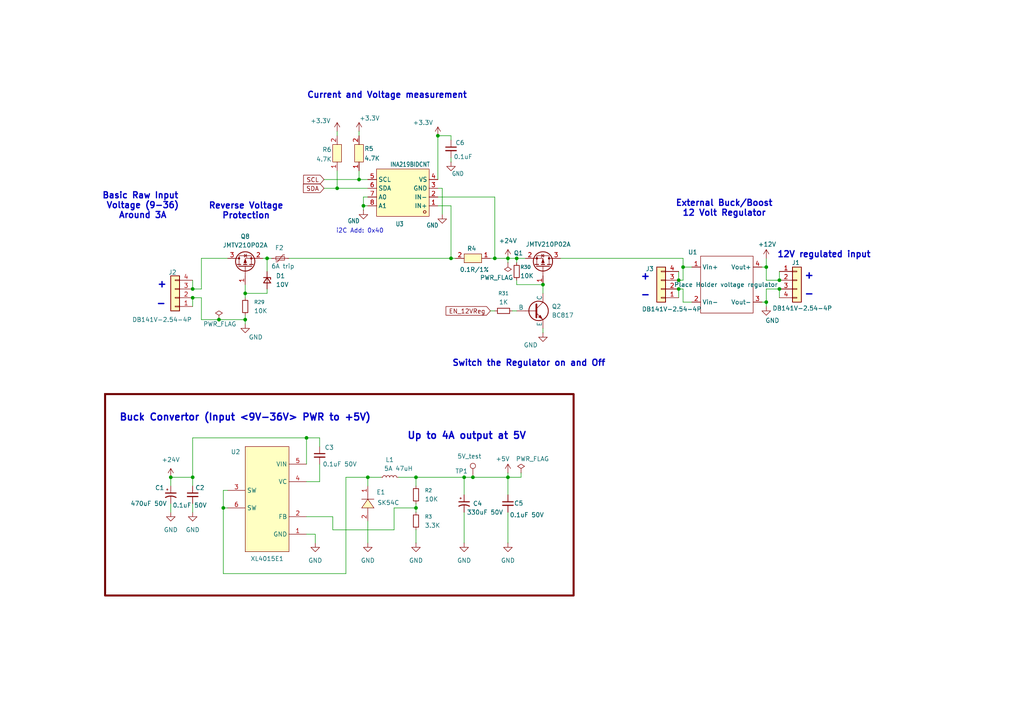
<source format=kicad_sch>
(kicad_sch (version 20250114) (generator "eeschema") (generator_version "9.0")
  (paper "A4")
  (title_block (title "MothBox") (date "2025-07-12") (rev "5.0.1") (company "Digital Naturalism Laboritories"))
  (lib_symbols
    (symbol "BC817:BC817_NPN_BJT" (pin_numbers (hide yes)) (pin_names (offset 0))
      (property "Reference" "Q" (at -2.54 7.62 0))
      (property "Value" "BC817_NPN_BJT" (at -2.54 5.08 0))
      (symbol "BC817_NPN_BJT_0_1"
        (polyline (pts (xy -2.54 0) (xy 0.635 0)) (stroke (width 0.1524)))
        (polyline (pts (xy 0.635 1.905) (xy 0.635 -1.905) (xy 0.635 -1.905)) (stroke (width 0.508)))
        (polyline (pts (xy 0.635 0.635) (xy 2.54 2.54)))
        (polyline (pts (xy 0.635 -0.635) (xy 2.54 -2.54) (xy 2.54 -2.54)))
        (circle (center 1.27 0) (radius 2.8194) (stroke (width 0.254)))
        (polyline (pts (xy 1.27 -1.778) (xy 1.778 -1.27) (xy 2.286 -2.286) (xy 1.27 -1.778) (xy 1.27 -1.778)) (fill (type outline)))
        (polyline (pts (xy 2.794 -1.27) (xy 2.794 -1.27)) (stroke (width 0.1524)))
        (polyline (pts (xy 2.794 -1.27) (xy 2.794 -1.27)) (stroke (width 0.1524)))
      )
      (symbol "BC817_NPN_BJT_1_1"
        (pin input line (at -5.08 0 0) (length 2.54) (name "B") (number "1"))
        (pin open_collector line (at 2.54 5.08 270) (length 2.54) (name "C") (number "3"))
        (pin open_emitter line (at 2.54 -5.08 90) (length 2.54) (name "E") (number "2"))
      )
    )
    (symbol "Connector_Generic:Conn_01x04" (pin_names (offset 1.016) (hide yes))
      (property "Reference" "J" (at 0 5.08 0))
      (property "Value" "Conn_01x04" (at 0 -7.62 0))
      (symbol "Conn_01x04_1_1"
        (rectangle (start -1.27 3.81) (end 1.27 -6.35) (stroke (width 0.254)) (fill (type background)))
        (rectangle (start -1.27 2.667) (end 0 2.413) (stroke (width 0.1524)))
        (rectangle (start -1.27 0.127) (end 0 -0.127) (stroke (width 0.1524)))
        (rectangle (start -1.27 -2.413) (end 0 -2.667) (stroke (width 0.1524)))
        (rectangle (start -1.27 -4.953) (end 0 -5.207) (stroke (width 0.1524)))
        (pin passive line (at -5.08 2.54 0) (length 3.81) (name "Pin_1") (number "1"))
        (pin passive line (at -5.08 0 0) (length 3.81) (name "Pin_2") (number "2"))
        (pin passive line (at -5.08 -2.54 0) (length 3.81) (name "Pin_3") (number "3"))
        (pin passive line (at -5.08 -5.08 0) (length 3.81) (name "Pin_4") (number "4"))
      )
    )
    (symbol "Device:D_Zener_Small" (pin_numbers (hide yes)) (pin_names (offset 0.254) (hide yes))
      (property "Reference" "D" (at 0 2.286 0))
      (property "Value" "D_Zener_Small" (at 0 -2.286 0))
      (symbol "D_Zener_Small_0_1"
        (polyline (pts (xy -0.254 1.016) (xy -0.762 1.016) (xy -0.762 -1.016)) (stroke (width 0.254)))
        (polyline (pts (xy 0.762 1.016) (xy -0.762 0) (xy 0.762 -1.016) (xy 0.762 1.016)) (stroke (width 0.254)))
        (polyline (pts (xy 0.762 0) (xy -0.762 0)))
      )
      (symbol "D_Zener_Small_1_1"
        (pin passive line (at -2.54 0 0) (length 1.778) (name "K") (number "1"))
        (pin passive line (at 2.54 0 180) (length 1.778) (name "A") (number "2"))
      )
    )
    (symbol "Device:Polyfuse_Small" (pin_numbers (hide yes)) (pin_names (offset 0))
      (property "Reference" "F" (at -1.905 0 90))
      (property "Value" "Polyfuse_Small" (at 1.905 0 90))
      (symbol "Polyfuse_Small_0_1"
        (polyline (pts (xy -1.016 1.27) (xy -1.016 0.762) (xy 1.016 -0.762) (xy 1.016 -1.27)))
        (rectangle (start -0.508 1.27) (end 0.508 -1.27))
        (polyline (pts (xy 0 2.54) (xy 0 -2.54)))
      )
      (symbol "Polyfuse_Small_1_1"
        (pin passive line (at 0 2.54 270) (length 0.635) (name "~") (number "1"))
        (pin passive line (at 0 -2.54 90) (length 0.635) (name "~") (number "2"))
      )
    )
    (symbol "FRC0603J103TS_1" (pin_names (hide yes))
      (property "Reference" "R" (at 0 5.08 0))
      (property "Value" "FRC0603J103TS" (at 0 -5.08 0))
      (symbol "FRC0603J103TS_1_0_1"
        (rectangle (start -2.54 1.27) (end 2.54 -1.27) (fill (type background)))
        (pin unspecified line (at -5.08 0 0) (length 2.54) (name "1") (number "1"))
        (pin unspecified line (at 5.08 0 180) (length 2.54) (name "2") (number "2"))
      )
    )
    (symbol "MB_Library:+12V" (power) (pin_numbers (hide yes)) (pin_names (offset 0) (hide yes))
      (property "Value" "+12V" (at 0 3.556 0))
      (symbol "+12V_0_1"
        (polyline (pts (xy -0.762 1.27) (xy 0 2.54)))
        (polyline (pts (xy 0 2.54) (xy 0.762 1.27)))
        (polyline (pts (xy 0 0) (xy 0 2.54)))
      )
      (symbol "+12V_1_1"
        (pin power_in line (at 0 0 90) (length 0) (name "~") (number "1"))
      )
    )
    (symbol "MB_Library:+24V" (power) (pin_numbers (hide yes)) (pin_names (offset 0) (hide yes))
      (property "Value" "+24V" (at 0 3.556 0))
      (symbol "+24V_0_1"
        (polyline (pts (xy -0.762 1.27) (xy 0 2.54)))
        (polyline (pts (xy 0 2.54) (xy 0.762 1.27)))
        (polyline (pts (xy 0 0) (xy 0 2.54)))
      )
      (symbol "+24V_1_1"
        (pin power_in line (at 0 0 90) (length 0) (name "~") (number "1"))
      )
    )
    (symbol "MB_Library:+3.3V" (power) (pin_numbers (hide yes)) (pin_names (offset 0) (hide yes))
      (property "Value" "+3.3V" (at 0 3.556 0))
      (symbol "+3.3V_0_1"
        (polyline (pts (xy -0.762 1.27) (xy 0 2.54)))
        (polyline (pts (xy 0 2.54) (xy 0.762 1.27)))
        (polyline (pts (xy 0 0) (xy 0 2.54)))
      )
      (symbol "+3.3V_1_1"
        (pin power_in line (at 0 0 90) (length 0) (name "~") (number "1"))
      )
    )
    (symbol "MB_Library:+5V" (power) (pin_numbers (hide yes)) (pin_names (offset 0) (hide yes))
      (property "Value" "+5V" (at 0 3.556 0))
      (symbol "+5V_0_1"
        (polyline (pts (xy -0.762 1.27) (xy 0 2.54)))
        (polyline (pts (xy 0 2.54) (xy 0.762 1.27)))
        (polyline (pts (xy 0 0) (xy 0 2.54)))
      )
      (symbol "+5V_1_1"
        (pin power_in line (at 0 0 90) (length 0) (name "~") (number "1"))
      )
    )
    (symbol "MB_Library:Buck-Boost"
      (property "Reference" "U" (at 0 0 0))
      (symbol "Buck-Boost_1_1"
        (rectangle (start -7.62 8.255) (end 7.62 -8.255))
        (pin input line (at -10.16 5.08 0) (length 2.54) (name "Vin+") (number "1"))
        (pin input line (at -10.16 -5.08 0) (length 2.54) (name "Vin-") (number "2"))
        (pin output line (at 10.16 5.08 180) (length 2.54) (name "Vout+") (number "4"))
        (pin output line (at 10.16 -5.08 180) (length 2.54) (name "Vout-") (number "3"))
      )
    )
    (symbol "MB_Library:C_Polarized_Small_US" (pin_numbers (hide yes)) (pin_names (offset 0.254) (hide yes))
      (property "Reference" "C" (at 0.254 1.778 0))
      (property "Value" "C_Polarized_Small_US" (at 0.254 -2.032 0))
      (symbol "C_Polarized_Small_US_0_1"
        (polyline (pts (xy -1.524 0.508) (xy 1.524 0.508)) (stroke (width 0.3048)))
        (polyline (pts (xy -1.27 1.524) (xy -0.762 1.524)))
        (polyline (pts (xy -1.016 1.27) (xy -1.016 1.778)))
        (arc (start -1.524 -0.762) (mid 0 -0.3734) (end 1.524 -0.762) (stroke (width 0.3048)))
      )
      (symbol "C_Polarized_Small_US_1_1"
        (pin passive line (at 0 2.54 270) (length 2.032) (name "~") (number "1"))
        (pin passive line (at 0 -2.54 90) (length 2.032) (name "~") (number "2"))
      )
    )
    (symbol "MB_Library:C_Small" (pin_numbers (hide yes)) (pin_names (offset 0.254) (hide yes))
      (property "Reference" "C" (at 0.254 1.778 0))
      (property "Value" "C_Small" (at 0.254 -2.032 0))
      (symbol "C_Small_0_1"
        (polyline (pts (xy -1.524 0.508) (xy 1.524 0.508)) (stroke (width 0.3048)))
        (polyline (pts (xy -1.524 -0.508) (xy 1.524 -0.508)) (stroke (width 0.3302)))
      )
      (symbol "C_Small_1_1"
        (pin passive line (at 0 2.54 270) (length 2.032) (name "~") (number "1"))
        (pin passive line (at 0 -2.54 90) (length 2.032) (name "~") (number "2"))
      )
    )
    (symbol "MB_Library:FRC0603J103TS" (pin_names (hide yes))
      (property "Reference" "R" (at 0 5.08 0))
      (property "Value" "FRC0603J103TS" (at 0 -5.08 0))
      (symbol "FRC0603J103TS_0_1"
        (rectangle (start -2.54 1.27) (end 2.54 -1.27) (fill (type background)))
        (pin unspecified line (at -5.08 0 0) (length 2.54) (name "1") (number "1"))
        (pin unspecified line (at 5.08 0 180) (length 2.54) (name "2") (number "2"))
      )
    )
    (symbol "MB_Library:GND" (power) (pin_numbers (hide yes)) (pin_names (offset 0) (hide yes))
      (property "Value" "GND" (at 0 -3.81 0))
      (symbol "GND_0_1"
        (polyline (pts (xy 0 0) (xy 0 -1.27) (xy 1.27 -1.27) (xy 0 -2.54) (xy -1.27 -1.27) (xy 0 -1.27)))
      )
      (symbol "GND_1_1"
        (pin power_in line (at 0 0 270) (length 0) (name "~") (number "1"))
      )
    )
    (symbol "MB_Library:INA219AIDCNR"
      (property "Reference" "U" (at 0 8.89 0))
      (property "Value" "INA219AIDCNR" (at 0 -8.89 0))
      (symbol "INA219AIDCNR_0_1"
        (rectangle (start -7.62 6.86) (end 7.62 -6.86) (fill (type background)))
        (circle (center -6.35 5.59) (radius 0.38))
        (circle (center -6.35 5.59) (radius 0.38))
        (pin unspecified line (at -10.16 3.81 0) (length 2.54) (name "IN+") (number "1"))
        (pin unspecified line (at -10.16 1.27 0) (length 2.54) (name "IN-") (number "2"))
        (pin unspecified line (at -10.16 -1.27 0) (length 2.54) (name "GND") (number "3"))
        (pin unspecified line (at -10.16 -3.81 0) (length 2.54) (name "VS") (number "4"))
        (pin unspecified line (at 10.16 3.81 180) (length 2.54) (name "A1") (number "8"))
        (pin unspecified line (at 10.16 1.27 180) (length 2.54) (name "A0") (number "7"))
        (pin unspecified line (at 10.16 -1.27 180) (length 2.54) (name "SDA") (number "6"))
        (pin unspecified line (at 10.16 -3.81 180) (length 2.54) (name "SCL") (number "5"))
      )
    )
    (symbol "MB_Library:L_Small" (pin_numbers (hide yes)) (pin_names (offset 0.254) (hide yes))
      (property "Reference" "L" (at 0.762 1.016 0))
      (property "Value" "L_Small" (at 0.762 -1.016 0))
      (symbol "L_Small_0_1"
        (arc (start 0 2.032) (mid 0.5058 1.524) (end 0 1.016))
        (arc (start 0 1.016) (mid 0.5058 0.508) (end 0 0))
        (arc (start 0 0) (mid 0.5058 -0.508) (end 0 -1.016))
        (arc (start 0 -1.016) (mid 0.5058 -1.524) (end 0 -2.032))
      )
      (symbol "L_Small_1_1"
        (pin passive line (at 0 2.54 270) (length 0.508) (name "~") (number "1"))
        (pin passive line (at 0 -2.54 90) (length 0.508) (name "~") (number "2"))
      )
    )
    (symbol "MB_Library:PCSR2512BR100M6" (pin_names (hide yes))
      (property "Reference" "R" (at 0 5.08 0))
      (property "Value" "PCSR2512BR100M6" (at 0 -5.08 0))
      (symbol "PCSR2512BR100M6_0_1"
        (rectangle (start -2.54 1.27) (end 2.54 -1.27) (fill (type background)))
        (pin unspecified line (at -5.08 0 0) (length 2.54) (name "1") (number "1"))
        (pin unspecified line (at 5.08 0 180) (length 2.54) (name "2") (number "2"))
      )
    )
    (symbol "MB_Library:PWR_FLAG" (power) (pin_numbers (hide yes)) (pin_names (offset 0) (hide yes))
      (property "Value" "PWR_FLAG" (at 0 3.81 0))
      (symbol "PWR_FLAG_0_0"
        (pin power_out line (at 0 0 90) (length 0) (name "~") (number "1"))
      )
      (symbol "PWR_FLAG_0_1"
        (polyline (pts (xy 0 0) (xy 0 1.27) (xy -1.016 1.905) (xy 0 2.54) (xy 1.016 1.905) (xy 0 1.27)))
      )
    )
    (symbol "MB_Library:R_Small" (pin_numbers (hide yes)) (pin_names (offset 0.254) (hide yes))
      (property "Reference" "R" (at 0 0 90))
      (property "Value" "R_Small" (at 1.778 0 90))
      (symbol "R_Small_0_1"
        (rectangle (start -0.762 1.778) (end 0.762 -1.778) (stroke (width 0.2032)))
      )
      (symbol "R_Small_1_1"
        (pin passive line (at 0 2.54 270) (length 0.762) (name "~") (number "1"))
        (pin passive line (at 0 -2.54 90) (length 0.762) (name "~") (number "2"))
      )
    )
    (symbol "MB_Library:SK54C_C5449119" (pin_names (hide yes))
      (property "Reference" "U" (at 0 5.08 0))
      (property "Value" "SK54C_C5449119" (at 0 -5.08 0))
      (symbol "SK54C_C5449119_0_1"
        (polyline (pts (xy -1.27 1.78) (xy -1.27 -1.78)))
        (polyline (pts (xy -1.27 0) (xy -2.54 0)))
        (polyline (pts (xy 1.27 1.78) (xy -1.27 0) (xy 1.27 -1.78) (xy 1.27 1.78)) (fill (type background)))
        (polyline (pts (xy 2.54 0) (xy 1.27 0)))
        (pin unspecified line (at -5.08 0 0) (length 2.54) (name "C") (number "1"))
        (pin unspecified line (at 5.08 0 180) (length 2.54) (name "A") (number "2"))
      )
    )
    (symbol "MB_Library:TestPoint" (pin_numbers (hide yes)) (pin_names (offset 0.762) (hide yes))
      (property "Reference" "TP" (at 0 6.858 0))
      (property "Value" "TestPoint" (at 0 5.08 0))
      (symbol "TestPoint_0_1"
        (circle (center 0 3.302) (radius 0.762))
      )
      (symbol "TestPoint_1_1"
        (pin passive line (at 0 0 90) (length 2.54) (name "1") (number "1"))
      )
    )
    (symbol "MB_Library:XL4015E1"
      (property "Reference" "U" (at 0 15.24 0))
      (property "Value" "XL4015E1" (at 0 -15.24 0))
      (symbol "XL4015E1_0_1"
        (rectangle (start -6.35 15.24) (end 6.35 -15.24) (fill (type background)))
        (pin unspecified line (at -11.43 2.54 0) (length 5.08) (name "SW") (number "3"))
        (pin unspecified line (at -11.43 -2.54 0) (length 5.08) (name "SW") (number "6"))
        (pin unspecified line (at 11.43 10.16 180) (length 5.08) (name "VIN") (number "5"))
        (pin unspecified line (at 11.43 5.08 180) (length 5.08) (name "VC") (number "4"))
        (pin unspecified line (at 11.43 -5.08 180) (length 5.08) (name "FB") (number "2"))
        (pin unspecified line (at 11.43 -10.16 180) (length 5.08) (name "GND") (number "1"))
      )
    )
    (symbol "_pauls_library:JMTV210P02A" (pin_names (hide yes))
      (property "Reference" "Q" (at 5.08 1.905 0))
      (property "Value" "JMTV210P02A" (at 5.08 0 0))
      (symbol "JMTV210P02A_0_1"
        (polyline (pts (xy 0.254 1.905) (xy 0.254 -1.905)) (stroke (width 0.254)))
        (polyline (pts (xy 0.254 0) (xy -2.54 0)))
        (polyline (pts (xy 0.762 2.286) (xy 0.762 1.27)) (stroke (width 0.254)))
        (polyline (pts (xy 0.762 1.778) (xy 3.302 1.778) (xy 3.302 -1.778) (xy 0.762 -1.778)))
        (polyline (pts (xy 0.762 0.508) (xy 0.762 -0.508)) (stroke (width 0.254)))
        (polyline (pts (xy 0.762 -1.27) (xy 0.762 -2.286)) (stroke (width 0.254)))
        (circle (center 1.651 0) (radius 2.794) (stroke (width 0.254)))
        (polyline (pts (xy 2.286 0) (xy 1.27 0.381) (xy 1.27 -0.381) (xy 2.286 0)) (fill (type outline)))
        (polyline (pts (xy 2.54 2.54) (xy 2.54 1.778)))
        (circle (center 2.54 1.778) (radius 0.254) (fill (type outline)))
        (circle (center 2.54 -1.778) (radius 0.254) (fill (type outline)))
        (polyline (pts (xy 2.54 -2.54) (xy 2.54 0) (xy 0.762 0)))
        (polyline (pts (xy 2.794 -0.508) (xy 2.921 -0.381) (xy 3.683 -0.381) (xy 3.81 -0.254)))
        (polyline (pts (xy 3.302 -0.381) (xy 2.921 0.254) (xy 3.683 0.254) (xy 3.302 -0.381)))
      )
      (symbol "JMTV210P02A_1_1"
        (pin input line (at -5.08 0 0) (length 2.54) (name "G") (number "1"))
        (pin passive line (at 2.54 5.08 270) (length 2.54) (name "D") (number "3"))
        (pin passive line (at 2.54 -5.08 90) (length 2.54) (name "S") (number "2"))
      )
    )
    (symbol "power:GND" (power) (pin_numbers (hide yes)) (pin_names (offset 0) (hide yes))
      (property "Value" "GND" (at 0 -3.81 0))
      (symbol "GND_0_1"
        (polyline (pts (xy 0 0) (xy 0 -1.27) (xy 1.27 -1.27) (xy 0 -2.54) (xy -1.27 -1.27) (xy 0 -1.27)))
      )
      (symbol "GND_1_1"
        (pin power_in line (at 0 0 270) (length 0) (name "~") (number "1"))
      )
    )
  )
  (rectangle (start 30.48 114.3) (end 166.37 172.72) (stroke (width 0.5842) (color 110 0 0 1)))
  (text "+" (at 234.696 80.01 0) (effects (font (size 2 2) (thickness 0.4) (bold yes))))
  (text "Current and Voltage measurement\n" (at 112.268 27.686 0) (effects (font (size 1.778 1.778) (thickness 0.3556) (bold yes))))
  (text "i2C Add: 0x40" (at 104.394 67.056 0) (effects (font (size 1.27 1.27))))
  (text "Buck Convertor (Input <9V-36V> PWR to +5V)" (at 71.12 121.158 0) (effects (font (size 2 2) (thickness 0.4) (bold yes))))
  (text "Reverse Voltage\nProtection" (at 71.374 61.214 0) (effects (font (size 1.778 1.778) (thickness 0.3556) (bold yes))))
  (text "+" (at 46.99 82.55 0) (effects (font (size 2 2) (thickness 0.4) (bold yes))))
  (text "-" (at 234.696 85.344 0) (effects (font (size 2 2) (thickness 0.4) (bold yes))))
  (text "+" (at 187.198 80.264 0) (effects (font (size 2 2) (thickness 0.4) (bold yes))))
  (text "12V regulated input\n" (at 239.014 73.914 0) (effects (font (size 1.778 1.778) (thickness 0.3556) (bold yes))))
  (text "Switch the Regulator on and Off\n" (at 153.416 105.41 0) (effects (font (size 1.778 1.778) (thickness 0.3556) (bold yes))))
  (text "-" (at 187.198 85.598 0) (effects (font (size 2 2) (thickness 0.4) (bold yes))))
  (text "Up to 4A output at 5V" (at 135.382 126.492 0) (effects (font (size 2 2) (thickness 0.4) (bold yes))))
  (text "Basic Raw Input \nVoltage (9-36)\nAround 3A" (at 41.402 59.69 0) (effects (font (size 1.778 1.778) (thickness 0.3556) (bold yes))))
  (text "-" (at 46.736 88.138 0) (effects (font (size 2 2) (thickness 0.4) (bold yes))))
  (text "External Buck/Boost\n12 Volt Regulator" (at 210.058 60.452 0) (effects (font (size 1.778 1.778) (thickness 0.3556) (bold yes))))
  (junction (at 104.14 52.07))
  (junction (at 106.68 138.43))
  (junction (at 71.12 85.09))
  (junction (at 97.79 54.61))
  (junction (at 55.88 86.36))
  (junction (at 134.62 138.43))
  (junction (at 226.06 81.28))
  (junction (at 63.5 92.71))
  (junction (at 196.85 83.82))
  (junction (at 105.41 59.69))
  (junction (at 149.86 74.93))
  (junction (at 198.12 77.47))
  (junction (at 143.51 74.93))
  (junction (at 120.65 147.32))
  (junction (at 71.12 92.71))
  (junction (at 120.65 138.43))
  (junction (at 77.47 74.93))
  (junction (at 88.9 127))
  (junction (at 147.32 138.43))
  (junction (at 49.53 138.43))
  (junction (at 55.88 83.82))
  (junction (at 222.25 87.63))
  (junction (at 222.25 77.47))
  (junction (at 157.48 82.55))
  (junction (at 137.16 138.43))
  (junction (at 130.81 74.93))
  (junction (at 226.06 83.82))
  (junction (at 147.32 74.93))
  (junction (at 127 39.37))
  (junction (at 196.85 81.28))
  (junction (at 55.88 138.43))
  (junction (at 64.77 147.32))
  (wire (pts (xy 55.88 127) (xy 55.88 138.43)))
  (wire (pts (xy 55.88 83.82) (xy 58.42 83.82)))
  (wire (pts (xy 128.27 54.61) (xy 128.27 62.23)))
  (wire (pts (xy 71.12 85.09) (xy 77.47 85.09)))
  (wire (pts (xy 147.32 74.93) (xy 147.32 76.2)))
  (wire (pts (xy 127 54.61) (xy 128.27 54.61)))
  (wire (pts (xy 198.12 87.63) (xy 200.66 87.63)))
  (wire (pts (xy 71.12 82.55) (xy 71.12 85.09)))
  (wire (pts (xy 96.52 149.86) (xy 96.52 153.67)))
  (wire (pts (xy 55.88 81.28) (xy 55.88 83.82)))
  (wire (pts (xy 142.24 90.17) (xy 143.51 90.17)))
  (wire (pts (xy 64.77 147.32) (xy 64.77 142.24)))
  (wire (pts (xy 147.32 143.51) (xy 147.32 138.43)))
  (wire (pts (xy 134.62 148.59) (xy 134.62 157.48)))
  (wire (pts (xy 104.14 52.07) (xy 93.98 52.07)) (stroke (width 0.1524)))
  (wire (pts (xy 114.3 147.32) (xy 120.65 147.32)))
  (wire (pts (xy 226.06 83.82) (xy 226.06 86.36)))
  (wire (pts (xy 58.42 86.36) (xy 58.42 92.71)))
  (wire (pts (xy 127 59.69) (xy 130.81 59.69)) (stroke (width 0.1524)))
  (wire (pts (xy 222.25 77.47) (xy 220.98 77.47)))
  (wire (pts (xy 151.13 137.16) (xy 151.13 138.43)))
  (wire (pts (xy 222.25 74.93) (xy 222.25 77.47)))
  (wire (pts (xy 120.65 147.32) (xy 120.65 148.59)))
  (wire (pts (xy 127 57.15) (xy 143.51 57.15)) (stroke (width 0.1524)))
  (wire (pts (xy 198.12 83.82) (xy 198.12 87.63)))
  (wire (pts (xy 162.56 74.93) (xy 198.12 74.93)))
  (wire (pts (xy 148.59 90.17) (xy 149.86 90.17)))
  (wire (pts (xy 147.32 74.93) (xy 149.86 74.93)))
  (wire (pts (xy 106.68 57.15) (xy 105.41 57.15)))
  (wire (pts (xy 66.04 147.32) (xy 64.77 147.32)))
  (wire (pts (xy 71.12 85.09) (xy 71.12 86.36)))
  (wire (pts (xy 83.82 74.93) (xy 130.81 74.93)))
  (wire (pts (xy 106.68 54.61) (xy 97.79 54.61)) (stroke (width 0.1524)))
  (wire (pts (xy 157.48 82.55) (xy 157.48 85.09)))
  (wire (pts (xy 120.65 146.05) (xy 120.65 147.32)))
  (wire (pts (xy 147.32 148.59) (xy 147.32 157.48)))
  (wire (pts (xy 130.81 39.37) (xy 130.81 40.64)))
  (wire (pts (xy 71.12 92.71) (xy 71.12 93.98)))
  (wire (pts (xy 149.86 74.93) (xy 149.86 76.2)))
  (wire (pts (xy 91.44 154.94) (xy 91.44 157.48)))
  (wire (pts (xy 49.53 138.43) (xy 55.88 138.43)))
  (wire (pts (xy 222.25 81.28) (xy 222.25 77.47)))
  (wire (pts (xy 88.9 154.94) (xy 91.44 154.94)))
  (wire (pts (xy 88.9 134.62) (xy 88.9 127)))
  (wire (pts (xy 196.85 83.82) (xy 196.85 86.36)))
  (wire (pts (xy 105.41 59.69) (xy 106.68 59.69)))
  (wire (pts (xy 151.13 138.43) (xy 147.32 138.43)))
  (wire (pts (xy 105.41 59.69) (xy 105.41 60.96)))
  (wire (pts (xy 198.12 77.47) (xy 198.12 74.93)))
  (wire (pts (xy 222.25 83.82) (xy 222.25 87.63)))
  (wire (pts (xy 55.88 86.36) (xy 58.42 86.36)))
  (wire (pts (xy 49.53 146.05) (xy 49.53 148.59)))
  (wire (pts (xy 55.88 86.36) (xy 55.88 88.9)))
  (wire (pts (xy 76.2 74.93) (xy 77.47 74.93)))
  (wire (pts (xy 64.77 147.32) (xy 64.77 166.37)))
  (wire (pts (xy 198.12 81.28) (xy 198.12 77.47)))
  (wire (pts (xy 92.71 129.54) (xy 92.71 127)))
  (wire (pts (xy 77.47 74.93) (xy 78.74 74.93)))
  (wire (pts (xy 149.86 81.28) (xy 149.86 82.55)))
  (wire (pts (xy 198.12 77.47) (xy 200.66 77.47)))
  (wire (pts (xy 130.81 74.93) (xy 132.08 74.93)))
  (wire (pts (xy 127 39.37) (xy 127 52.07)))
  (wire (pts (xy 143.51 74.93) (xy 142.24 74.93)) (stroke (width 0.1524)))
  (wire (pts (xy 157.48 95.25) (xy 157.48 96.52)))
  (wire (pts (xy 106.68 138.43) (xy 110.49 138.43)))
  (wire (pts (xy 120.65 138.43) (xy 120.65 140.97)))
  (wire (pts (xy 196.85 78.74) (xy 196.85 81.28)))
  (wire (pts (xy 120.65 157.48) (xy 120.65 153.67)))
  (wire (pts (xy 226.06 78.74) (xy 226.06 81.28)))
  (wire (pts (xy 106.68 138.43) (xy 106.68 140.97)))
  (wire (pts (xy 104.14 38.1) (xy 104.14 39.37)) (stroke (width 0.1524)))
  (wire (pts (xy 100.33 138.43) (xy 106.68 138.43)))
  (wire (pts (xy 97.79 38.1) (xy 97.79 39.37)) (stroke (width 0.1524)))
  (wire (pts (xy 58.42 74.93) (xy 58.42 83.82)))
  (wire (pts (xy 149.86 82.55) (xy 157.48 82.55)))
  (wire (pts (xy 130.81 45.72) (xy 130.81 46.99)))
  (wire (pts (xy 137.16 138.43) (xy 147.32 138.43)))
  (wire (pts (xy 66.04 142.24) (xy 64.77 142.24)))
  (wire (pts (xy 96.52 153.67) (xy 114.3 153.67)))
  (wire (pts (xy 66.04 74.93) (xy 58.42 74.93)))
  (wire (pts (xy 143.51 74.93) (xy 147.32 74.93)))
  (wire (pts (xy 226.06 81.28) (xy 222.25 81.28)))
  (wire (pts (xy 127 39.37) (xy 130.81 39.37)))
  (wire (pts (xy 88.9 149.86) (xy 96.52 149.86)))
  (wire (pts (xy 147.32 137.16) (xy 147.32 138.43)))
  (wire (pts (xy 77.47 83.82) (xy 77.47 85.09)))
  (wire (pts (xy 64.77 166.37) (xy 100.33 166.37)))
  (wire (pts (xy 105.41 57.15) (xy 105.41 59.69)))
  (wire (pts (xy 97.79 54.61) (xy 93.98 54.61)) (stroke (width 0.1524)))
  (wire (pts (xy 88.9 139.7) (xy 92.71 139.7)))
  (wire (pts (xy 106.68 52.07) (xy 104.14 52.07)) (stroke (width 0.1524)))
  (wire (pts (xy 149.86 74.93) (xy 152.4 74.93)))
  (wire (pts (xy 55.88 146.05) (xy 55.88 148.59)))
  (wire (pts (xy 220.98 87.63) (xy 222.25 87.63)))
  (wire (pts (xy 100.33 166.37) (xy 100.33 138.43)))
  (wire (pts (xy 92.71 127) (xy 88.9 127)))
  (wire (pts (xy 106.68 151.13) (xy 106.68 157.48)))
  (wire (pts (xy 226.06 83.82) (xy 222.25 83.82)))
  (wire (pts (xy 104.14 49.53) (xy 104.14 52.07)))
  (wire (pts (xy 143.51 57.15) (xy 143.51 74.93)) (stroke (width 0.1524)))
  (wire (pts (xy 49.53 138.43) (xy 49.53 140.97)))
  (wire (pts (xy 58.42 92.71) (xy 63.5 92.71)))
  (wire (pts (xy 88.9 127) (xy 55.88 127)))
  (wire (pts (xy 63.5 92.71) (xy 71.12 92.71)))
  (wire (pts (xy 77.47 74.93) (xy 77.47 78.74)))
  (wire (pts (xy 115.57 138.43) (xy 120.65 138.43)))
  (wire (pts (xy 114.3 153.67) (xy 114.3 147.32)))
  (wire (pts (xy 134.62 143.51) (xy 134.62 138.43)))
  (wire (pts (xy 134.62 138.43) (xy 137.16 138.43)))
  (wire (pts (xy 120.65 138.43) (xy 134.62 138.43)))
  (wire (pts (xy 196.85 83.82) (xy 198.12 83.82)))
  (wire (pts (xy 97.79 49.53) (xy 97.79 54.61)))
  (wire (pts (xy 92.71 139.7) (xy 92.71 134.62)))
  (wire (pts (xy 71.12 91.44) (xy 71.12 92.71)))
  (wire (pts (xy 130.81 59.69) (xy 130.81 74.93)) (stroke (width 0.1524)))
  (wire (pts (xy 196.85 81.28) (xy 198.12 81.28)))
  (wire (pts (xy 55.88 138.43) (xy 55.88 140.97)))
  (wire (pts (xy 222.25 87.63) (xy 222.25 88.9)))
  (global_label "SCL" (shape input) (at 93.98 52.07 180) (property "Intersheetrefs" "${INTERSHEET_REFS}" (effects (hide yes))))
  (global_label "SDA" (shape input) (at 93.98 54.61 180) (property "Intersheetrefs" "${INTERSHEET_REFS}" (effects (hide yes))))
  (global_label "EN_12VReg" (shape input) (at 142.24 90.17 180) (property "Intersheetrefs" "${INTERSHEET_REFS}" (effects (hide yes))))
  (symbol (lib_id "MB_Library:GND") (at 128.27 62.23 0) (unit 1)
    (property "Reference" "#U$03" (effects (hide yes)))
    (property "Value" "GND" (at 123.698 66.04 0) (effects (font (size 1.27 1.0795)) (justify left bottom)))
  )
  (symbol (lib_id "MB_Library:PCSR2512BR100M6") (at 137.16 74.93 180) (unit 1)
    (property "Reference" "R4" (at 138.176 71.374 0) (effects (justify left bottom)))
    (property "Value" "0.1R/1%" (at 133.35 77.47 0) (effects (justify right bottom)))
    (property "Footprint" "easyeda2kicad:R2512" (effects (hide yes)))
    (property "LCSC Part" "C23067426" (effects (hide yes)))
  )
  (symbol (lib_id "Connector_Generic:Conn_01x04") (at 191.77 83.82 180) (unit 1)
    (property "Reference" "J3" (at 188.468 77.978 0))
    (property "Value" "DB141V-2.54-4P" (at 194.818 89.662 0))
    (property "Footprint" "easyeda2kicad:CONN-TH_4P-P2.54_DIBO_DB141V-2.54-4P" (effects (hide yes)))
    (property "Description" "Generic connector, single row, 01x04, script generated (kicad-library-utils/schlib/autogen/connector/)" (effects (hide yes)))
    (property "LCSC" "C2898746" (effects (hide yes)))
  )
  (symbol (lib_id "MB_Library:SK54C_C5449119") (at 106.68 146.05 270) (unit 1)
    (property "Reference" "E1" (at 111.76 142.748 90) (effects (justify right)))
    (property "Value" "SK54C" (at 115.824 145.796 90) (effects (justify right)))
    (property "Footprint" "easyeda2kicad:SMC_L6.9-W5.9-LS8.0-RD" (effects (hide yes)))
    (property "Description" "Independent Type 5A 550mV@5A 40V SMC Diodes - General Purpose ROHS" (effects (hide yes)))
    (property "MF" "Taiwan Semiconductor" (effects (hide yes)))
    (property "MAXIMUM_PACKAGE_HEIGHT" "2.65mm" (effects (hide yes)))
    (property "Package" "DO-214AB-2 Taiwan Semiconductor" (effects (hide yes)))
    (property "Price" "None" (effects (hide yes)))
    (property "Check_prices" "https://www.snapeda.com/parts/SK54C/taiwan/view-part/?ref=eda" (effects (hide yes)))
    (property "STANDARD" "Manufacturer Recommendations" (effects (hide yes)))
    (property "PARTREV" "S2311" (effects (hide yes)))
    (property "SnapEDA_Link" "https://www.snapeda.com/parts/SK54C/taiwan/view-part/?ref=snap" (effects (hide yes)))
    (property "MP" "SK54C" (effects (hide yes)))
    (property "Description_1" "5A, 40V, Schottky Rectifier" (effects (hide yes)))
    (property "Availability" "In Stock" (effects (hide yes)))
    (property "MANUFACTURER" "Taiwan Semiconductor" (effects (hide yes)))
    (property "LCSC Part no " "C5449119" (effects (hide yes)))
    (property "LCSC Part" "C5449119" (effects (hide yes)))
  )
  (symbol (lib_id "MB_Library:XL4015E1") (at 77.47 144.78 0) (unit 1)
    (property "Reference" "U2" (at 68.326 131.064 0))
    (property "Value" "XL4015E1" (at 77.47 162.052 0))
    (property "Footprint" "easyeda2kicad:TO-263-5_L10.2-W8.9-P1.70-TL" (effects (hide yes)))
    (property "Datasheet" "https://lcsc.com/product-detail/DC-DC-Converters_XL4015E1_C51661.html" (effects (hide yes)))
    (property "MF" "XLSEMI" (effects (hide yes)))
    (property "MAXIMUM_PACKAGE_HEIGHT" "4.77mm" (effects (hide yes)))
    (property "Package" "None" (effects (hide yes)))
    (property "Price" "None" (effects (hide yes)))
    (property "Check_prices" "https://www.snapeda.com/parts/XL4015/XLSEMI/view-part/?ref=eda" (effects (hide yes)))
    (property "STANDARD" "Manufacturer Recommendations" (effects (hide yes)))
    (property "PARTREV" "1.5" (effects (hide yes)))
    (property "SnapEDA_Link" "https://www.snapeda.com/parts/XL4015/XLSEMI/view-part/?ref=snap" (effects (hide yes)))
    (property "MP" "XL4015" (effects (hide yes)))
    (property "Description_1" "5A 180KHz 36V Buck DC to DC Converter" (effects (hide yes)))
    (property "Availability" "Not in stock" (effects (hide yes)))
    (property "MANUFACTURER" "XLSEMI" (effects (hide yes)))
    (property "LCSC Part no " "C51661" (effects (hide yes)))
    (property "LCSC Part" "C51661" (effects (hide yes)))
  )
  (symbol (lib_id "MB_Library:+12V") (at 222.25 74.93 0) (unit 1)
    (property "Reference" "#PWR06" (effects (hide yes)))
    (property "Value" "+12V" (at 222.504 70.866 0))
    (property "Description" "Power symbol creates a global label with name \"+12V\"" (effects (hide yes)))
  )
  (symbol (lib_id "Device:Polyfuse_Small") (at 81.28 74.93 90) (unit 1)
    (property "Reference" "F2" (at 81.026 71.882 90))
    (property "Value" "6A trip" (at 82.042 77.216 90))
    (property "Footprint" "Resistor_SMD:R_1812_4532Metric" (effects (hide yes)))
    (property "Description" "Resettable fuse, polymeric positive temperature coefficient, small symbol" (effects (hide yes)))
    (property "LCSC" "C7500481" (effects (hide yes)))
  )
  (symbol (lib_id "Connector_Generic:Conn_01x04") (at 50.8 86.36 180) (unit 1)
    (property "Reference" "J2" (at 50.038 78.994 0))
    (property "Value" "DB141V-2.54-4P" (at 46.99 92.71 0))
    (property "Footprint" "easyeda2kicad:CONN-TH_4P-P2.54_DIBO_DB141V-2.54-4P" (effects (hide yes)))
    (property "Description" "Generic connector, single row, 01x04, script generated (kicad-library-utils/schlib/autogen/connector/)" (effects (hide yes)))
    (property "LCSC" "C2898746" (effects (hide yes)))
  )
  (symbol (lib_id "MB_Library:PWR_FLAG") (at 151.13 137.16 0) (unit 1)
    (property "Reference" "#FLG03" (effects (hide yes)))
    (property "Value" "PWR_FLAG" (at 154.432 133.096 0))
    (property "Description" "Special symbol for telling ERC where power comes from" (effects (hide yes)))
  )
  (symbol (lib_id "MB_Library:+24V") (at 49.53 138.43 0) (unit 1)
    (property "Reference" "#PWR031" (effects (hide yes)))
    (property "Value" "+24V" (at 49.53 133.35 0))
    (property "Description" "Power symbol creates a global label with name \"+24V\"" (effects (hide yes)))
  )
  (symbol (lib_id "MB_Library:+24V") (at 147.32 74.93 0) (unit 1)
    (property "Reference" "#PWR01" (effects (hide yes)))
    (property "Value" "+24V" (at 147.32 69.85 0))
    (property "Description" "Power symbol creates a global label with name \"+24V\"" (effects (hide yes)))
  )
  (symbol (lib_id "MB_Library:PWR_FLAG") (at 147.32 76.2 180) (unit 1)
    (property "Reference" "#FLG01" (effects (hide yes)))
    (property "Value" "PWR_FLAG" (at 148.844 80.518 0) (effects (justify left)))
    (property "Description" "Special symbol for telling ERC where power comes from" (effects (hide yes)))
  )
  (symbol (lib_id "MB_Library:GND") (at 147.32 157.48 0) (unit 1)
    (property "Reference" "#PWR013" (effects (hide yes)))
    (property "Value" "GND" (at 147.32 162.56 0))
    (property "Description" "Power symbol creates a global label with name \"GND\" , ground" (effects (hide yes)))
  )
  (symbol (lib_id "power:GND") (at 157.48 96.52 0) (unit 1)
    (property "Reference" "#PWR?" (effects (hide yes)))
    (property "Value" "GND" (at 153.924 100.076 0))
    (property "Description" "Power symbol creates a global label with name \"GND\" , ground" (effects (hide yes)))
  )
  (symbol (lib_id "MB_Library:C_Small") (at 147.32 146.05 0) (unit 1)
    (property "Reference" "C5" (at 149.0941 145.9695 0) (effects (justify left)))
    (property "Value" "0.1uF 50V" (at 147.828 149.352 0) (effects (justify left)))
    (property "Footprint" "Capacitor_SMD:C_0805_2012Metric_Pad1.18x1.45mm_HandSolder" (effects (hide yes)))
    (property "Description" "50V 0.1uF X7R ±10% 0805 Multilayer Ceramic Capacitors MLCC - SMD/SMT ROHS" (effects (hide yes)))
    (property "LCSC Part no " "C3011704" (effects (hide yes)))
  )
  (symbol (lib_id "MB_Library:GND") (at 105.41 60.96 0) (unit 1)
    (property "Reference" "#U$02" (effects (hide yes)))
    (property "Value" "GND" (at 100.838 64.77 0) (effects (font (size 1.27 1.0795)) (justify left bottom)))
  )
  (symbol (lib_id "MB_Library:L_Small") (at 113.03 138.43 90) (unit 1)
    (property "Reference" "L1" (at 113.03 133.35 90))
    (property "Value" "5A 47uH" (at 115.57 135.89 90))
    (property "Footprint" "Inductor_SMD:L_Chilisin_BMRG00131360" (effects (hide yes)))
    (property "Description" "5A 47uH Integrated molded inductor ±20% SMD,13.8x12.6x6.5mm Power Inductors ROHS" (effects (hide yes)))
    (property "LCSC Part no " "C497913" (effects (hide yes)))
  )
  (symbol (lib_id "_pauls_library:JMTV210P02A") (at 157.48 77.47 270) (mirror x) (unit 1)
    (property "Reference" "Q1" (at 150.368 73.406 90))
    (property "Value" "JMTV210P02A" (at 159.004 70.866 90))
    (property "Footprint" "Pauls_Footprints:DFN2020-3" (effects (hide yes)))
    (property "Datasheet" "http://www.vishay.com/docs/70209/70209.pdf" (effects (hide yes)))
    (property "Description" "-4.0A Id, -30V Vds, P-Channel MOSFET, SOT-23" (effects (hide yes)))
  )
  (symbol (lib_id "MB_Library:+3.3V") (at 104.14 38.1 0) (mirror y) (unit 1)
    (property "Reference" "#PWR015" (effects (hide yes)))
    (property "Value" "+3.3V" (at 107.188 34.29 0))
    (property "Description" "Power symbol creates a global label with name \"+3.3V\"" (effects (hide yes)))
  )
  (symbol (lib_id "MB_Library:C_Small") (at 92.71 132.08 0) (mirror y) (unit 1)
    (property "Reference" "C3" (at 95.504 129.794 0))
    (property "Value" "0.1uF 50V" (at 98.552 134.62 0))
    (property "Footprint" "Capacitor_SMD:C_0805_2012Metric_Pad1.18x1.45mm_HandSolder" (effects (hide yes)))
    (property "Description" "50V 0.1uF X7R ±10% 0805 Multilayer Ceramic Capacitors MLCC - SMD/SMT ROHS" (effects (hide yes)))
    (property "LCSC Part no " "C3011704" (effects (hide yes)))
  )
  (symbol (lib_id "MB_Library:GND") (at 55.88 148.59 0) (unit 1)
    (property "Reference" "#PWR04" (effects (hide yes)))
    (property "Value" "GND" (at 55.88 153.67 0))
    (property "Description" "Power symbol creates a global label with name \"GND\" , ground" (effects (hide yes)))
  )
  (symbol (lib_id "MB_Library:PWR_FLAG") (at 63.5 92.71 0) (unit 1)
    (property "Reference" "#FLG02" (effects (hide yes)))
    (property "Value" "PWR_FLAG" (at 63.754 93.98 0))
    (property "Description" "Special symbol for telling ERC where power comes from" (effects (hide yes)))
  )
  (symbol (lib_id "MB_Library:GND") (at 134.62 157.48 0) (unit 1)
    (property "Reference" "#PWR011" (effects (hide yes)))
    (property "Value" "GND" (at 134.62 162.56 0))
    (property "Description" "Power symbol creates a global label with name \"GND\" , ground" (effects (hide yes)))
  )
  (symbol (lib_id "Device:D_Zener_Small") (at 77.47 81.28 270) (unit 1)
    (property "Reference" "D1" (at 80.01 80.0099 90) (effects (justify left)))
    (property "Value" "10V" (at 80.01 82.5499 90) (effects (justify left)))
    (property "Footprint" "Diode_SMD:D_SOD-323" (effects (hide yes)))
    (property "Description" "Zener diode, small symbol" (effects (hide yes)))
    (property "LCSC" "C571388" (effects (hide yes)))
  )
  (symbol (lib_id "MB_Library:GND") (at 222.25 88.9 0) (unit 1)
    (property "Reference" "#PWR07" (effects (hide yes)))
    (property "Value" "GND" (at 224.028 92.964 0))
    (property "Description" "Power symbol creates a global label with name \"GND\" , ground" (effects (hide yes)))
  )
  (symbol (lib_id "MB_Library:R_Small") (at 120.65 151.13 0) (unit 1)
    (property "Reference" "R3" (at 123.19 149.8599 0) (effects (font (size 1.016 1.016)) (justify left)))
    (property "Value" "3.3K" (at 123.19 152.3999 0) (effects (justify left)))
    (property "Footprint" "Capacitor_SMD:C_0805_2012Metric_Pad1.18x1.45mm_HandSolder" (effects (hide yes)))
    (property "Description" "Resistor, small symbol" (effects (hide yes)))
    (property "LCSC Part no " "C114531" (effects (hide yes)))
  )
  (symbol (lib_id "MB_Library:R_Small") (at 146.05 90.17 90) (unit 1)
    (property "Reference" "R31" (at 146.05 85.09 90) (effects (font (size 1.016 1.016))))
    (property "Value" "1K" (at 146.05 87.63 90))
    (property "Footprint" "Resistor_SMD:R_0603_1608Metric" (effects (hide yes)))
    (property "Description" "Resistor, small symbol" (effects (hide yes)))
  )
  (symbol (lib_id "MB_Library:GND") (at 49.53 148.59 0) (unit 1)
    (property "Reference" "#PWR03" (effects (hide yes)))
    (property "Value" "GND" (at 49.53 153.67 0))
    (property "Description" "Power symbol creates a global label with name \"GND\" , ground" (effects (hide yes)))
  )
  (symbol (lib_id "MB_Library:GND") (at 91.44 157.48 0) (unit 1)
    (property "Reference" "#PWR08" (effects (hide yes)))
    (property "Value" "GND" (at 91.44 162.56 0))
    (property "Description" "Power symbol creates a global label with name \"GND\" , ground" (effects (hide yes)))
  )
  (symbol (lib_id "MB_Library:TestPoint") (at 137.16 138.43 0) (unit 1)
    (property "Reference" "TP1" (at 133.858 136.652 0))
    (property "Value" "5V_test" (at 136.144 132.334 0))
    (property "Footprint" "TestPoint:TestPoint_THTPad_D1.0mm_Drill0.5mm" (effects (hide yes)))
    (property "Description" "test point" (effects (hide yes)))
  )
  (symbol (lib_id "MB_Library:R_Small") (at 120.65 143.51 0) (unit 1)
    (property "Reference" "R2" (at 123.19 142.2399 0) (effects (font (size 1.016 1.016)) (justify left)))
    (property "Value" "10K" (at 123.19 144.7799 0) (effects (justify left)))
    (property "Footprint" "Capacitor_SMD:C_0805_2012Metric_Pad1.18x1.45mm_HandSolder" (effects (hide yes)))
    (property "Description" "Resistor, small symbol" (effects (hide yes)))
    (property "LCSC Part no " "C84376" (effects (hide yes)))
  )
  (symbol (lib_id "MB_Library:GND") (at 130.81 46.99 0) (unit 1)
    (property "Reference" "#U$01" (effects (hide yes)))
    (property "Value" "GND" (at 131.064 51.054 0) (effects (font (size 1.27 1.0795)) (justify left bottom)))
  )
  (symbol (lib_id "_pauls_library:JMTV210P02A") (at 71.12 77.47 90) (unit 1)
    (property "Reference" "Q8" (at 71.12 68.58 90))
    (property "Value" "JMTV210P02A" (at 71.12 71.12 90))
    (property "Footprint" "Pauls_Footprints:DFN2020-3" (effects (hide yes)))
    (property "Datasheet" "http://www.vishay.com/docs/70209/70209.pdf" (effects (hide yes)))
    (property "Description" "-4.0A Id, -30V Vds, P-Channel MOSFET, SOT-23" (effects (hide yes)))
  )
  (symbol (lib_name "FRC0603J103TS_1") (lib_id "MB_Library:FRC0603J103TS") (at 104.14 44.45 270) (mirror x) (unit 1)
    (property "Reference" "R5" (at 105.664 42.418 90) (effects (justify left bottom)))
    (property "Value" "4.7K" (at 105.664 45.212 90) (effects (justify left bottom)))
    (property "Footprint" "easyeda2kicad:R0603" (effects (hide yes)))
    (property "LCSC Part" "C2930027" (effects (hide yes)))
  )
  (symbol (lib_id "MB_Library:C_Polarized_Small_US") (at 49.53 143.51 0) (unit 1)
    (property "Reference" "C1" (at 44.958 141.478 0) (effects (justify left)))
    (property "Value" "470uF 50V" (at 37.846 146.05 0) (effects (justify left)))
    (property "Footprint" "Capacitor_SMD:CP_Elec_10x12.5" (effects (hide yes)))
    (property "Description" "470uF 50V 530mA@120Hz ±20% SMD,D12.5xL13.5mm Aluminum Electrolytic Capacitors - SMD ROHS" (effects (hide yes)))
    (property "LCSC Part no " "C90272" (effects (hide yes)))
  )
  (symbol (lib_id "MB_Library:Buck-Boost") (at 210.82 82.55 0) (unit 1) (in_bom no) (on_board no)
    (property "Reference" "U1" (at 200.914 73.152 0))
    (property "Value" "Place Holder voltage regulator" (at 210.566 82.55 0))
  )
  (symbol (lib_id "MB_Library:GND") (at 120.65 157.48 0) (unit 1)
    (property "Reference" "#PWR010" (effects (hide yes)))
    (property "Value" "GND" (at 120.65 162.56 0))
    (property "Description" "Power symbol creates a global label with name \"GND\" , ground" (effects (hide yes)))
  )
  (symbol (lib_id "MB_Library:GND") (at 71.12 93.98 0) (unit 1)
    (property "Reference" "#PWR02" (effects (hide yes)))
    (property "Value" "GND" (at 74.168 97.79 0))
    (property "Description" "Power symbol creates a global label with name \"GND\" , ground" (effects (hide yes)))
  )
  (symbol (lib_id "MB_Library:+5V") (at 147.32 137.16 0) (unit 1)
    (property "Reference" "#PWR012" (effects (hide yes)))
    (property "Value" "+5V" (at 145.796 133.096 0))
    (property "Description" "Power symbol creates a global label with name \"+5V\"" (effects (hide yes)))
  )
  (symbol (lib_id "MB_Library:R_Small") (at 71.12 88.9 0) (unit 1)
    (property "Reference" "R29" (at 73.66 87.6299 0) (effects (font (size 1.016 1.016)) (justify left)))
    (property "Value" "10K" (at 73.66 90.1699 0) (effects (justify left)))
    (property "Footprint" "Resistor_SMD:R_0603_1608Metric" (effects (hide yes)))
    (property "Description" "Resistor, small symbol" (effects (hide yes)))
  )
  (symbol (lib_id "MB_Library:GND") (at 106.68 157.48 0) (unit 1)
    (property "Reference" "#PWR09" (effects (hide yes)))
    (property "Value" "GND" (at 106.68 162.56 0))
    (property "Description" "Power symbol creates a global label with name \"GND\" , ground" (effects (hide yes)))
  )
  (symbol (lib_id "MB_Library:INA219AIDCNR") (at 116.84 55.88 180) (unit 1)
    (property "Reference" "U3" (at 117.094 64.262 0) (effects (font (size 1.27 1.0795)) (justify left bottom)))
    (property "Value" "INA219BIDCNT" (at 124.714 46.99 0) (effects (font (size 1.27 1.0795)) (justify left bottom)))
    (property "Footprint" "easyeda2kicad:SOT-23-8_L3.0-W1.7-P0.65-LS2.8-BR" (effects (hide yes)))
    (property "Datasheet" "https://lcsc.com/product-detail/PMIC-Current-Power-Monitors-Regulators_TI_INA219AIDCNR_INA219AIDCNR_C87469.html" (effects (hide yes)))
    (property "LCSC Part" "C87469" (effects (hide yes)))
  )
  (symbol (lib_id "Connector_Generic:Conn_01x04") (at 231.14 81.28 0) (unit 1)
    (property "Reference" "J1" (at 229.616 76.2 0) (effects (justify left)))
    (property "Value" "DB141V-2.54-4P" (at 224.028 89.408 0) (effects (justify left)))
    (property "Footprint" "easyeda2kicad:CONN-TH_4P-P2.54_DIBO_DB141V-2.54-4P" (effects (hide yes)))
    (property "Description" "Generic connector, single row, 01x04, script generated (kicad-library-utils/schlib/autogen/connector/)" (effects (hide yes)))
    (property "LCSC" "C2898746" (effects (hide yes)))
  )
  (symbol (lib_id "BC817:BC817_NPN_BJT") (at 154.94 90.17 0) (unit 1)
    (property "Reference" "Q2" (at 160.02 88.8999 0) (effects (justify left)))
    (property "Value" "BC817" (at 160.02 91.4399 0) (effects (justify left)))
    (property "Footprint" "Package_TO_SOT_SMD:SOT-23" (effects (hide yes)))
    (property "Datasheet" "https://ngspice.sourceforge.io/docs/ngspice-html-manual/manual.xhtml#cha_BJTs" (effects (hide yes)))
    (property "Description" "Bipolar transistor symbol for simulation only, substrate tied to the emitter" (effects (hide yes)))
    (property "Sim.Device" "NPN" (effects (hide yes)))
    (property "Sim.Type" "GUMMELPOON" (effects (hide yes)))
    (property "Sim.Pins" "1=C 2=B 3=E" (effects (hide yes)))
    (property "LCSC Part no " "C39828" (effects (hide yes)))
  )
  (symbol (lib_id "MB_Library:C_Small") (at 130.81 43.18 0) (unit 1)
    (property "Reference" "C6" (at 132.08 41.402 0) (effects (justify left)))
    (property "Value" "0.1uF" (at 131.572 45.466 0) (effects (justify left)))
    (property "Footprint" "Capacitor_SMD:C_0603_1608Metric" (effects (hide yes)))
    (property "Datasheet" "https://lcsc.com/product-detail/Multilayer-Ceramic-Capacitors-MLCC-SMD-SMT_100nF-104-10-50V_C14663.html" (effects (hide yes)))
    (property "Description" "Unpolarized capacitor, small symbol" (effects (hide yes)))
    (property "LCSC" "C14663" (effects (hide yes)))
  )
  (symbol (lib_id "MB_Library:+3.3V") (at 127 39.37 0) (unit 1)
    (property "Reference" "#PWR014" (effects (hide yes)))
    (property "Value" "+3.3V" (at 122.682 35.56 0))
    (property "Description" "Power symbol creates a global label with name \"+3.3V\"" (effects (hide yes)))
  )
  (symbol (lib_id "MB_Library:FRC0603J103TS") (at 97.79 44.45 270) (mirror x) (unit 1)
    (property "Reference" "R6" (at 93.472 42.672 90) (effects (justify left bottom)))
    (property "Value" "4.7K" (at 91.694 45.466 90) (effects (justify left bottom)))
    (property "Footprint" "easyeda2kicad:R0603" (effects (hide yes)))
    (property "LCSC Part" "C2930027" (effects (hide yes)))
  )
  (symbol (lib_id "MB_Library:C_Polarized_Small_US") (at 134.62 146.05 0) (unit 1)
    (property "Reference" "C4" (at 137.16 146.05 0) (effects (justify left)))
    (property "Value" "330uF 50V" (at 135.382 148.59 0) (effects (justify left)))
    (property "Footprint" "Capacitor_SMD:CP_Elec_10x10" (effects (hide yes)))
    (property "Description" "330uF 50V ±20% SMD,D10xL10.2mm Aluminum Electrolytic Capacitors - SMD ROHS" (effects (hide yes)))
    (property "LCSC Part no " "C2687701" (effects (hide yes)))
  )
  (symbol (lib_id "MB_Library:C_Small") (at 55.88 143.51 0) (unit 1)
    (property "Reference" "C2" (at 56.642 141.478 0) (effects (justify left)))
    (property "Value" "0.1uF 50V" (at 50.038 146.558 0) (effects (justify left)))
    (property "Footprint" "Capacitor_SMD:C_0805_2012Metric_Pad1.18x1.45mm_HandSolder" (effects (hide yes)))
    (property "Description" "50V 0.1uF X7R ±10% 0805 Multilayer Ceramic Capacitors MLCC - SMD/SMT ROHS" (effects (hide yes)))
    (property "LCSC Part no " "C3011704" (effects (hide yes)))
  )
  (symbol (lib_id "MB_Library:R_Small") (at 149.86 78.74 0) (unit 1)
    (property "Reference" "R30" (at 150.876 77.47 0) (effects (font (size 1.016 1.016)) (justify left)))
    (property "Value" "10K" (at 150.876 80.01 0) (effects (justify left)))
    (property "Footprint" "Resistor_SMD:R_0603_1608Metric" (effects (hide yes)))
    (property "Description" "Resistor, small symbol" (effects (hide yes)))
  )
  (symbol (lib_id "MB_Library:+3.3V") (at 97.79 38.1 0) (mirror y) (unit 1)
    (property "Reference" "#PWR016" (effects (hide yes)))
    (property "Value" "+3.3V" (at 92.964 35.052 0))
    (property "Description" "Power symbol creates a global label with name \"+3.3V\"" (effects (hide yes)))
  )
)
</source>
